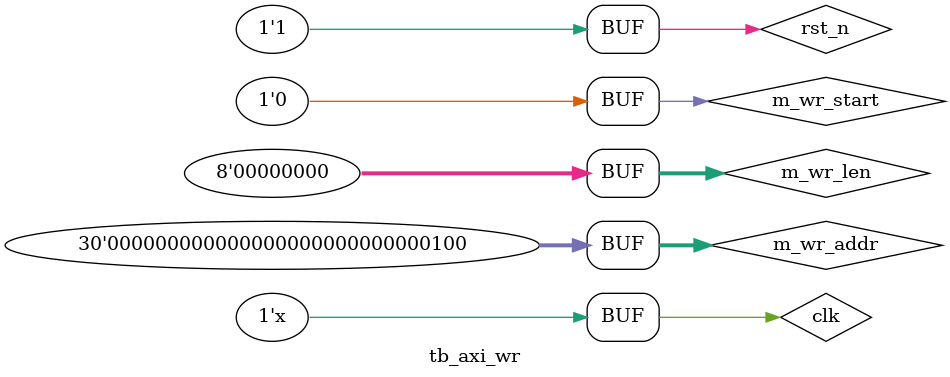
<source format=v>
`timescale 1ns / 1ps


module tb_axi_wr(

    );
    
    //主机用户端信号
    reg         clk               ;
    reg         rst_n             ;
    reg         m_wr_start        ; //开始写信号
    wire [29:0] m_wr_addr         ; //写首地址
    reg  [63:0] m_wr_data         ;
    wire [7:0]  m_wr_len          ; //突发传输长度
    wire        m_wr_done         ; //写完成标志
    wire        m_axi_w_handshake ; //写通道成功握手
    wire        m_wr_ready        ;
    
    //从机用户端信号
    wire [29:0] s_wr_addr         ; 
    wire [63:0] s_wr_data         ;
    wire [7:0]  s_wr_len          ;
    wire        s_wr_en           ; //写存储器使能
    wire        s_wr_done         ; //写完成
    
    //主机与从机之间的AXI总线
    //AXI4写地址通道
    wire [3:0]  axi_awid          ; 
    wire [29:0] axi_awaddr        ; 
    wire [7:0]  axi_awlen         ; //突发传输长度
    wire [2:0]  axi_awsize        ; //突发传输大小(Byte)
    wire [1:0]  axi_awburst       ; //突发类型
    wire        axi_awlock        ; 
    wire [3:0]  axi_awcache       ; 
    wire [2:0]  axi_awprot        ; 
    wire [3:0]  axi_awqos         ; 
    wire        axi_awvalid       ; //写地址valid
    wire        axi_awready       ; //从机发出的写地址ready
    
    //写数据通道
    wire [63:0] axi_wdata         ; //写数据
    wire [7:0]  axi_wstrb         ; //写数据有效字节线
    wire        axi_wlast         ; //最后一个数据标志
    wire        axi_wvalid        ; //写数据有效标志
    wire        axi_wready        ; //从机发出的写数据readyady
    
    //写响应通道
    wire [3:0]  axi_bid           ;
    wire [1:0]  axi_bresp         ; //响应信号,表征写传输是否成功输是否成功
    wire        axi_bvalid        ; //响应信号valid标志
    wire        axi_bready        ; //主机响应ready信号

    //时钟和复位以及写开始信号
    initial begin
        clk = 1'b1;
        rst_n <= 1'b0;
        m_wr_start <= 1'b0;
    #20
        rst_n <= 1'b1;
    #600
        m_wr_start <= 1'b1;  //产生写开始信号
    #40
        m_wr_start <= 1'b0;
    #3000
        m_wr_start <= 1'b1;  //再次产生写开始信号
    #20
        m_wr_start <= 1'b0;
    end
    
    always#10 clk = ~clk;
    
    assign m_wr_addr = 30'b100; //设定写地址
    assign m_wr_len  = 8'd0; //设定突发写长度,实际突发长度是m_wr_len+1
    
    //产生写数据
    always@(posedge clk or negedge rst_n) begin
        if(!rst_n) begin
            m_wr_data <= 64'd0;
        end else if(m_axi_w_handshake) begin //写通道握手,同时更新数据
            m_wr_data <= m_wr_data + 64'd1;
        end else begin
            m_wr_data <= m_wr_data;
        end
    end
    
    
    //AXI写主机
    axi_master_wr axi_master_wr_inst(
        //用户端
        .clk              (clk              ),
        .rst_n            (rst_n            ),
        .wr_start         (m_wr_start       ), //开始写信号
        .wr_addr          (m_wr_addr        ), //写首地址
        .wr_data          (m_wr_data        ),
        .wr_len           (m_wr_len         ), //突发传输长度
        .wr_done          (m_wr_done        ), //写完成标志
        .wr_ready         (m_wr_ready       ),
        .m_axi_w_handshake(m_axi_w_handshake), //写通道成功握手
        
        //AXI4写地址通道
        .m_axi_awid       (axi_awid         ), 
        .m_axi_awaddr     (axi_awaddr       ),
        .m_axi_awlen      (axi_awlen        ), //突发传输长度
        .m_axi_awsize     (axi_awsize       ), //突发传输大小(Byte)
        .m_axi_awburst    (axi_awburst      ), //突发类型
        .m_axi_awlock     (axi_awlock       ), 
        .m_axi_awcache    (axi_awcache      ), 
        .m_axi_awprot     (axi_awprot       ),
        .m_axi_awqos      (axi_awqos        ),
        .m_axi_awvalid    (axi_awvalid      ), //写地址valid
        .m_axi_awready    (axi_awready      ), //从机发出的写地址ready
        
        //写数据通道
        .m_axi_wdata      (axi_wdata        ), //写数据
        .m_axi_wstrb      (axi_wstrb        ), //写数据有效字节线
        .m_axi_wlast      (axi_wlast        ), //最后一个数据标志
        .m_axi_wvalid     (axi_wvalid       ), //写数据有效标志
        .m_axi_wready     (axi_wready       ), //从机发出的写数据ready
        
        //写响应通道
        .m_axi_bid        (axi_bid          ),
        .m_axi_bresp      (axi_bresp        ), //响应信号,表征写传输是否成功
        .m_axi_bvalid     (axi_bvalid       ), //响应信号valid标志
        .m_axi_bready     (axi_bready       )  //主机响应ready信号
    );
    
    //AXI写从机
    axi_slave_wr axi_slave_wr_inst(
        //用户接口
        .clk             (clk             ),
        .rst_n           (rst_n           ),
        .wr_addr         (s_wr_addr       ), 
        .wr_data         (s_wr_data       ),
        .wr_en           (s_wr_en         ), //写存储器使能
        .wr_done         (s_wr_done       ), //写完成
        .wr_len          (s_wr_len        ),

        //AXI4写地址通道
        .s_axi_awid      (axi_awid        ), 
        .s_axi_awaddr    (axi_awaddr      ),
        .s_axi_awlen     (axi_awlen       ), //突发传输长度
        .s_axi_awsize    (axi_awsize      ), //突发传输大小(Byte)
        .s_axi_awburst   (axi_awburst     ), //突发类型
        .s_axi_awlock    (axi_awlock      ), 
        .s_axi_awcache   (axi_awcache     ), 
        .s_axi_awprot    (axi_awprot      ),
        .s_axi_awqos     (axi_awqos       ),
        .s_axi_awvalid   (axi_awvalid     ), //写地址valid
        .s_axi_awready   (axi_awready     ), //从机发出的写地址ready
        
        //写数据通道
        .s_axi_wdata     (axi_wdata       ), //写数据
        .s_axi_wstrb     (axi_wstrb       ), //写数据有效字节线
        .s_axi_wlast     (axi_wlast       ), //最后一个数据标志
        .s_axi_wvalid    (axi_wvalid      ), //写数据有效标志
        .s_axi_wready    (axi_wready      ), //从机发出的写数据ready
        
        //写响应通道
        .s_axi_bid       (axi_bid         ),
        .s_axi_bresp     (axi_bresp       ), //响应信号,表征写传输是否成功
        .s_axi_bvalid    (axi_bvalid      ), //响应信号valid标志
        .s_axi_bready    (axi_bready      )  //主机响应ready信号        
    );
endmodule

</source>
